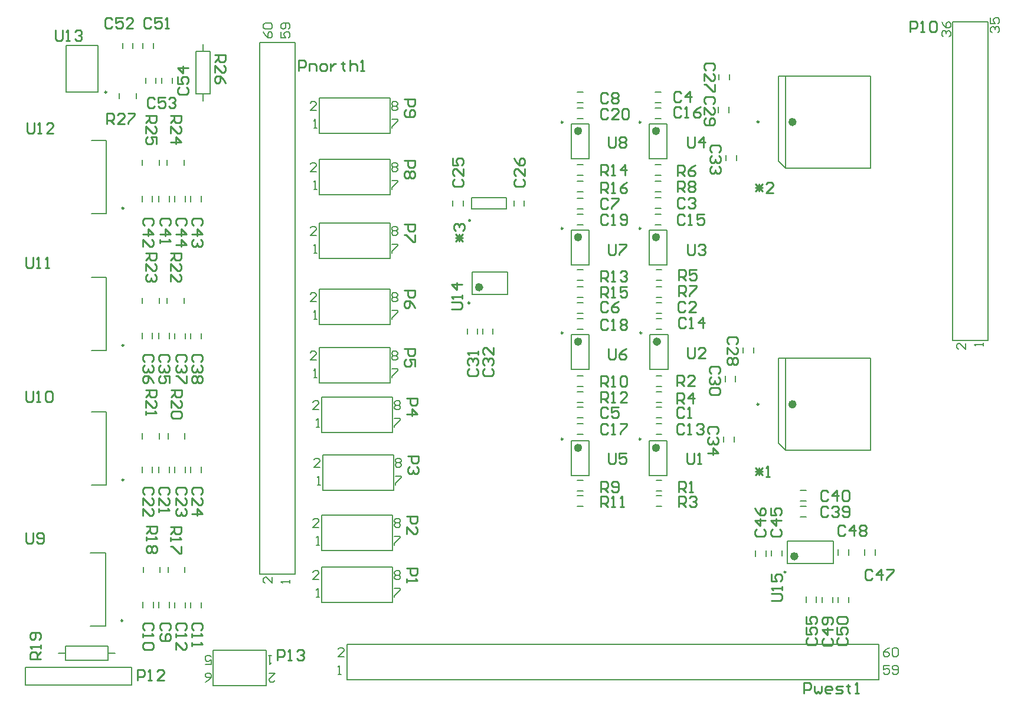
<source format=gto>
%FSLAX25Y25*%
%MOIN*%
G70*
G01*
G75*
G04 Layer_Color=65535*
%ADD10O,0.01378X0.06693*%
%ADD11R,0.06693X0.04331*%
%ADD12R,0.11811X0.04331*%
%ADD13R,0.35827X0.41929*%
%ADD14R,0.10236X0.04331*%
%ADD15R,0.04331X0.06693*%
%ADD16R,0.05512X0.03937*%
%ADD17R,0.05512X0.12795*%
%ADD18O,0.07087X0.02362*%
%ADD19O,0.02165X0.07874*%
%ADD20O,0.07874X0.02165*%
%ADD21O,0.02756X0.09843*%
%ADD22C,0.01000*%
%ADD23C,0.02000*%
%ADD24C,0.02953*%
%ADD25C,0.03937*%
%ADD26C,0.04000*%
%ADD27C,0.01969*%
%ADD28R,0.05906X0.05906*%
%ADD29C,0.05906*%
%ADD30C,0.05512*%
%ADD31R,0.05906X0.05906*%
%ADD32C,0.07874*%
%ADD33C,0.03937*%
%ADD34C,0.05000*%
%ADD35C,0.07543*%
G04:AMPARAMS|DCode=36|XSize=93.465mil|YSize=93.465mil|CornerRadius=0mil|HoleSize=0mil|Usage=FLASHONLY|Rotation=0.000|XOffset=0mil|YOffset=0mil|HoleType=Round|Shape=Relief|Width=10mil|Gap=10mil|Entries=4|*
%AMTHD36*
7,0,0,0.09347,0.07347,0.01000,45*
%
%ADD36THD36*%
%ADD37C,0.07347*%
%ADD38C,0.08921*%
%ADD39C,0.05969*%
G04:AMPARAMS|DCode=40|XSize=79.685mil|YSize=79.685mil|CornerRadius=0mil|HoleSize=0mil|Usage=FLASHONLY|Rotation=0.000|XOffset=0mil|YOffset=0mil|HoleType=Round|Shape=Relief|Width=10mil|Gap=10mil|Entries=4|*
%AMTHD40*
7,0,0,0.07969,0.05969,0.01000,45*
%
%ADD40THD40*%
%ADD41C,0.06800*%
G04:AMPARAMS|DCode=42|XSize=95.433mil|YSize=95.433mil|CornerRadius=0mil|HoleSize=0mil|Usage=FLASHONLY|Rotation=0.000|XOffset=0mil|YOffset=0mil|HoleType=Round|Shape=Relief|Width=10mil|Gap=10mil|Entries=4|*
%AMTHD42*
7,0,0,0.09543,0.07543,0.01000,45*
%
%ADD42THD42*%
%ADD43C,0.02913*%
%ADD44C,0.00984*%
%ADD45C,0.02362*%
%ADD46C,0.00787*%
%ADD47C,0.00800*%
D22*
X126500Y484498D02*
Y479500D01*
X127500Y478500D01*
X129499D01*
X130499Y479500D01*
Y484498D01*
X132498Y478500D02*
X134497D01*
X133498D01*
Y484498D01*
X132498Y483498D01*
X137496D02*
X138496Y484498D01*
X140496D01*
X141495Y483498D01*
Y482499D01*
X140496Y481499D01*
X139496D01*
X140496D01*
X141495Y480499D01*
Y479500D01*
X140496Y478500D01*
X138496D01*
X137496Y479500D01*
X110000Y280498D02*
Y275500D01*
X111000Y274500D01*
X112999D01*
X113999Y275500D01*
Y280498D01*
X115998Y274500D02*
X117997D01*
X116998D01*
Y280498D01*
X115998Y279498D01*
X120996D02*
X121996Y280498D01*
X123995D01*
X124995Y279498D01*
Y275500D01*
X123995Y274500D01*
X121996D01*
X120996Y275500D01*
Y279498D01*
X110500Y431998D02*
Y427000D01*
X111500Y426000D01*
X113499D01*
X114499Y427000D01*
Y431998D01*
X116498Y426000D02*
X118497D01*
X117498D01*
Y431998D01*
X116498Y430998D01*
X125495Y426000D02*
X121496D01*
X125495Y429999D01*
Y430998D01*
X124495Y431998D01*
X122496D01*
X121496Y430998D01*
X110000Y200498D02*
Y195500D01*
X111000Y194500D01*
X112999D01*
X113999Y195500D01*
Y200498D01*
X115998Y195500D02*
X116998Y194500D01*
X118997D01*
X119997Y195500D01*
Y199498D01*
X118997Y200498D01*
X116998D01*
X115998Y199498D01*
Y198499D01*
X116998Y197499D01*
X119997D01*
X110000Y355998D02*
Y351000D01*
X111000Y350000D01*
X112999D01*
X113999Y351000D01*
Y355998D01*
X115998Y350000D02*
X117997D01*
X116998D01*
Y355998D01*
X115998Y354998D01*
X120996Y350000D02*
X122996D01*
X121996D01*
Y355998D01*
X120996Y354998D01*
X350252Y326850D02*
X355250D01*
X356250Y327850D01*
Y329849D01*
X355250Y330849D01*
X350252D01*
X356250Y332848D02*
Y334847D01*
Y333848D01*
X350252D01*
X351252Y332848D01*
X356250Y340845D02*
X350252D01*
X353251Y337846D01*
Y341845D01*
X531002Y162000D02*
X536000D01*
X537000Y163000D01*
Y164999D01*
X536000Y165999D01*
X531002D01*
X537000Y167998D02*
Y169997D01*
Y168998D01*
X531002D01*
X532002Y167998D01*
X531002Y176995D02*
Y172996D01*
X534001D01*
X533001Y174996D01*
Y175996D01*
X534001Y176995D01*
X536000D01*
X537000Y175996D01*
Y173996D01*
X536000Y172996D01*
X478500Y223500D02*
Y229498D01*
X481499D01*
X482499Y228498D01*
Y226499D01*
X481499Y225499D01*
X478500D01*
X480499D02*
X482499Y223500D01*
X484498D02*
X486497D01*
X485498D01*
Y229498D01*
X484498Y228498D01*
X478500Y343000D02*
Y348998D01*
X481499D01*
X482499Y347998D01*
Y345999D01*
X481499Y344999D01*
X478500D01*
X480499D02*
X482499Y343000D01*
X488497Y348998D02*
X484498D01*
Y345999D01*
X486497Y346999D01*
X487497D01*
X488497Y345999D01*
Y344000D01*
X487497Y343000D01*
X485498D01*
X484498Y344000D01*
X434500Y223500D02*
Y229498D01*
X437499D01*
X438499Y228498D01*
Y226499D01*
X437499Y225499D01*
X434500D01*
X436499D02*
X438499Y223500D01*
X440498Y224500D02*
X441498Y223500D01*
X443497D01*
X444497Y224500D01*
Y228498D01*
X443497Y229498D01*
X441498D01*
X440498Y228498D01*
Y227499D01*
X441498Y226499D01*
X444497D01*
X434500Y342500D02*
Y348498D01*
X437499D01*
X438499Y347498D01*
Y345499D01*
X437499Y344499D01*
X434500D01*
X436499D02*
X438499Y342500D01*
X440498D02*
X442497D01*
X441498D01*
Y348498D01*
X440498Y347498D01*
X445496D02*
X446496Y348498D01*
X448495D01*
X449495Y347498D01*
Y346499D01*
X448495Y345499D01*
X447496D01*
X448495D01*
X449495Y344499D01*
Y343500D01*
X448495Y342500D01*
X446496D01*
X445496Y343500D01*
X477500Y283500D02*
Y289498D01*
X480499D01*
X481499Y288498D01*
Y286499D01*
X480499Y285499D01*
X477500D01*
X479499D02*
X481499Y283500D01*
X487497D02*
X483498D01*
X487497Y287499D01*
Y288498D01*
X486497Y289498D01*
X484498D01*
X483498Y288498D01*
X478000Y402000D02*
Y407998D01*
X480999D01*
X481999Y406998D01*
Y404999D01*
X480999Y403999D01*
X478000D01*
X479999D02*
X481999Y402000D01*
X487997Y407998D02*
X485997Y406998D01*
X483998Y404999D01*
Y403000D01*
X484998Y402000D01*
X486997D01*
X487997Y403000D01*
Y403999D01*
X486997Y404999D01*
X483998D01*
X434500Y283000D02*
Y288998D01*
X437499D01*
X438499Y287998D01*
Y285999D01*
X437499Y284999D01*
X434500D01*
X436499D02*
X438499Y283000D01*
X440498D02*
X442497D01*
X441498D01*
Y288998D01*
X440498Y287998D01*
X445496D02*
X446496Y288998D01*
X448495D01*
X449495Y287998D01*
Y284000D01*
X448495Y283000D01*
X446496D01*
X445496Y284000D01*
Y287998D01*
X434500Y402500D02*
Y408498D01*
X437499D01*
X438499Y407498D01*
Y405499D01*
X437499Y404499D01*
X434500D01*
X436499D02*
X438499Y402500D01*
X440498D02*
X442497D01*
X441498D01*
Y408498D01*
X440498Y407498D01*
X448495Y402500D02*
Y408498D01*
X445496Y405499D01*
X449495D01*
X478500Y215000D02*
Y220998D01*
X481499D01*
X482499Y219998D01*
Y217999D01*
X481499Y216999D01*
X478500D01*
X480499D02*
X482499Y215000D01*
X484498Y219998D02*
X485498Y220998D01*
X487497D01*
X488497Y219998D01*
Y218999D01*
X487497Y217999D01*
X486497D01*
X487497D01*
X488497Y216999D01*
Y216000D01*
X487497Y215000D01*
X485498D01*
X484498Y216000D01*
X478500Y334000D02*
Y339998D01*
X481499D01*
X482499Y338998D01*
Y336999D01*
X481499Y335999D01*
X478500D01*
X480499D02*
X482499Y334000D01*
X484498Y339998D02*
X488497D01*
Y338998D01*
X484498Y335000D01*
Y334000D01*
X434500Y215000D02*
Y220998D01*
X437499D01*
X438499Y219998D01*
Y217999D01*
X437499Y216999D01*
X434500D01*
X436499D02*
X438499Y215000D01*
X440498D02*
X442497D01*
X441498D01*
Y220998D01*
X440498Y219998D01*
X445496Y215000D02*
X447496D01*
X446496D01*
Y220998D01*
X445496Y219998D01*
X434500Y333500D02*
Y339498D01*
X437499D01*
X438499Y338498D01*
Y336499D01*
X437499Y335499D01*
X434500D01*
X436499D02*
X438499Y333500D01*
X440498D02*
X442497D01*
X441498D01*
Y339498D01*
X440498Y338498D01*
X449495Y339498D02*
X445496D01*
Y336499D01*
X447496Y337499D01*
X448495D01*
X449495Y336499D01*
Y334500D01*
X448495Y333500D01*
X446496D01*
X445496Y334500D01*
X477500Y273500D02*
Y279498D01*
X480499D01*
X481499Y278498D01*
Y276499D01*
X480499Y275499D01*
X477500D01*
X479499D02*
X481499Y273500D01*
X486497D02*
Y279498D01*
X483498Y276499D01*
X487497D01*
X478000Y393000D02*
Y398998D01*
X480999D01*
X481999Y397998D01*
Y395999D01*
X480999Y394999D01*
X478000D01*
X479999D02*
X481999Y393000D01*
X483998Y397998D02*
X484998Y398998D01*
X486997D01*
X487997Y397998D01*
Y396999D01*
X486997Y395999D01*
X487997Y394999D01*
Y394000D01*
X486997Y393000D01*
X484998D01*
X483998Y394000D01*
Y394999D01*
X484998Y395999D01*
X483998Y396999D01*
Y397998D01*
X484998Y395999D02*
X486997D01*
X434500Y274000D02*
Y279998D01*
X437499D01*
X438499Y278998D01*
Y276999D01*
X437499Y275999D01*
X434500D01*
X436499D02*
X438499Y274000D01*
X440498D02*
X442497D01*
X441498D01*
Y279998D01*
X440498Y278998D01*
X449495Y274000D02*
X445496D01*
X449495Y277999D01*
Y278998D01*
X448495Y279998D01*
X446496D01*
X445496Y278998D01*
X434500Y392500D02*
Y398498D01*
X437499D01*
X438499Y397498D01*
Y395499D01*
X437499Y394499D01*
X434500D01*
X436499D02*
X438499Y392500D01*
X440498D02*
X442497D01*
X441498D01*
Y398498D01*
X440498Y397498D01*
X449495Y398498D02*
X447496Y397498D01*
X445496Y395499D01*
Y393500D01*
X446496Y392500D01*
X448495D01*
X449495Y393500D01*
Y394499D01*
X448495Y395499D01*
X445496D01*
X178000Y204000D02*
X183998D01*
Y201001D01*
X182998Y200001D01*
X180999D01*
X179999Y201001D01*
Y204000D01*
Y202001D02*
X178000Y200001D01*
Y198002D02*
Y196003D01*
Y197002D01*
X183998D01*
X182998Y198002D01*
Y193004D02*
X183998Y192004D01*
Y190005D01*
X182998Y189005D01*
X181999D01*
X180999Y190005D01*
X179999Y189005D01*
X179000D01*
X178000Y190005D01*
Y192004D01*
X179000Y193004D01*
X179999D01*
X180999Y192004D01*
X181999Y193004D01*
X182998D01*
X180999Y192004D02*
Y190005D01*
X177500Y358500D02*
X183498D01*
Y355501D01*
X182498Y354501D01*
X180499D01*
X179499Y355501D01*
Y358500D01*
Y356501D02*
X177500Y354501D01*
Y348503D02*
Y352502D01*
X181499Y348503D01*
X182498D01*
X183498Y349503D01*
Y351502D01*
X182498Y352502D01*
Y346504D02*
X183498Y345504D01*
Y343505D01*
X182498Y342505D01*
X181499D01*
X180499Y343505D01*
Y344504D01*
Y343505D01*
X179499Y342505D01*
X178500D01*
X177500Y343505D01*
Y345504D01*
X178500Y346504D01*
X177500Y436000D02*
X183498D01*
Y433001D01*
X182498Y432001D01*
X180499D01*
X179499Y433001D01*
Y436000D01*
Y434001D02*
X177500Y432001D01*
Y426003D02*
Y430002D01*
X181499Y426003D01*
X182498D01*
X183498Y427003D01*
Y429002D01*
X182498Y430002D01*
X183498Y420005D02*
Y424004D01*
X180499D01*
X181499Y422005D01*
Y421005D01*
X180499Y420005D01*
X178500D01*
X177500Y421005D01*
Y423004D01*
X178500Y424004D01*
X118338Y128934D02*
X112340D01*
Y131932D01*
X113340Y132932D01*
X115339D01*
X116339Y131932D01*
Y128934D01*
Y130933D02*
X118338Y132932D01*
Y134932D02*
Y136931D01*
Y135931D01*
X112340D01*
X113340Y134932D01*
X117339Y139930D02*
X118338Y140930D01*
Y142929D01*
X117339Y143929D01*
X113340D01*
X112340Y142929D01*
Y140930D01*
X113340Y139930D01*
X114339D01*
X115339Y140930D01*
Y143929D01*
X155500Y431500D02*
Y437498D01*
X158499D01*
X159499Y436498D01*
Y434499D01*
X158499Y433499D01*
X155500D01*
X157499D02*
X159499Y431500D01*
X165497D02*
X161498D01*
X165497Y435499D01*
Y436498D01*
X164497Y437498D01*
X162498D01*
X161498Y436498D01*
X167496Y437498D02*
X171495D01*
Y436498D01*
X167496Y432500D01*
Y431500D01*
X216500Y470500D02*
X222498D01*
Y467501D01*
X221498Y466501D01*
X219499D01*
X218499Y467501D01*
Y470500D01*
Y468501D02*
X216500Y466501D01*
Y460503D02*
Y464502D01*
X220499Y460503D01*
X221498D01*
X222498Y461503D01*
Y463502D01*
X221498Y464502D01*
X222498Y454505D02*
X221498Y456504D01*
X219499Y458504D01*
X217500D01*
X216500Y457504D01*
Y455505D01*
X217500Y454505D01*
X218499D01*
X219499Y455505D01*
Y458504D01*
X192000Y281000D02*
X197998D01*
Y278001D01*
X196998Y277001D01*
X194999D01*
X193999Y278001D01*
Y281000D01*
Y279001D02*
X192000Y277001D01*
Y271003D02*
Y275002D01*
X195999Y271003D01*
X196998D01*
X197998Y272003D01*
Y274002D01*
X196998Y275002D01*
Y269004D02*
X197998Y268004D01*
Y266005D01*
X196998Y265005D01*
X193000D01*
X192000Y266005D01*
Y268004D01*
X193000Y269004D01*
X196998D01*
X177500Y281000D02*
X183498D01*
Y278001D01*
X182498Y277001D01*
X180499D01*
X179499Y278001D01*
Y281000D01*
Y279001D02*
X177500Y277001D01*
Y271003D02*
Y275002D01*
X181499Y271003D01*
X182498D01*
X183498Y272003D01*
Y274002D01*
X182498Y275002D01*
X177500Y269004D02*
Y267004D01*
Y268004D01*
X183498D01*
X182498Y269004D01*
X191500Y436000D02*
X197498D01*
Y433001D01*
X196498Y432001D01*
X194499D01*
X193499Y433001D01*
Y436000D01*
Y434001D02*
X191500Y432001D01*
Y426003D02*
Y430002D01*
X195499Y426003D01*
X196498D01*
X197498Y427003D01*
Y429002D01*
X196498Y430002D01*
X191500Y421005D02*
X197498D01*
X194499Y424004D01*
Y420005D01*
X191500Y203685D02*
X197498D01*
Y200686D01*
X196498Y199686D01*
X194499D01*
X193499Y200686D01*
Y203685D01*
Y201686D02*
X191500Y199686D01*
Y197687D02*
Y195688D01*
Y196687D01*
X197498D01*
X196498Y197687D01*
X197498Y192689D02*
Y188690D01*
X196498D01*
X192500Y192689D01*
X191500D01*
X191500Y358500D02*
X197498D01*
Y355501D01*
X196498Y354501D01*
X194499D01*
X193499Y355501D01*
Y358500D01*
Y356501D02*
X191500Y354501D01*
Y348503D02*
Y352502D01*
X195499Y348503D01*
X196498D01*
X197498Y349503D01*
Y351502D01*
X196498Y352502D01*
X191500Y342505D02*
Y346504D01*
X195499Y342505D01*
X196498D01*
X197498Y343505D01*
Y345504D01*
X196498Y346504D01*
X549200Y109800D02*
Y115798D01*
X552199D01*
X553199Y114798D01*
Y112799D01*
X552199Y111799D01*
X549200D01*
X555198Y113799D02*
Y110800D01*
X556198Y109800D01*
X557197Y110800D01*
X558197Y109800D01*
X559197Y110800D01*
Y113799D01*
X564195Y109800D02*
X562196D01*
X561196Y110800D01*
Y112799D01*
X562196Y113799D01*
X564195D01*
X565195Y112799D01*
Y111799D01*
X561196D01*
X567194Y109800D02*
X570193D01*
X571193Y110800D01*
X570193Y111799D01*
X568194D01*
X567194Y112799D01*
X568194Y113799D01*
X571193D01*
X574192Y114798D02*
Y113799D01*
X573192D01*
X575192D01*
X574192D01*
Y110800D01*
X575192Y109800D01*
X578191D02*
X580190D01*
X579190D01*
Y115798D01*
X578191Y114798D01*
X264000Y461300D02*
Y467298D01*
X266999D01*
X267999Y466298D01*
Y464299D01*
X266999Y463299D01*
X264000D01*
X269998Y461300D02*
Y465299D01*
X272997D01*
X273997Y464299D01*
Y461300D01*
X276996D02*
X278995D01*
X279995Y462300D01*
Y464299D01*
X278995Y465299D01*
X276996D01*
X275996Y464299D01*
Y462300D01*
X276996Y461300D01*
X281994Y465299D02*
Y461300D01*
Y463299D01*
X282994Y464299D01*
X283994Y465299D01*
X284993D01*
X288992Y466298D02*
Y465299D01*
X287992D01*
X289992D01*
X288992D01*
Y462300D01*
X289992Y461300D01*
X292991Y467298D02*
Y461300D01*
Y464299D01*
X293990Y465299D01*
X295990D01*
X296989Y464299D01*
Y461300D01*
X298989D02*
X300988D01*
X299988D01*
Y467298D01*
X298989Y466298D01*
X325150Y209850D02*
X331148D01*
Y206851D01*
X330148Y205851D01*
X328149D01*
X327149Y206851D01*
Y209850D01*
X325150Y199853D02*
Y203852D01*
X329149Y199853D01*
X330148D01*
X331148Y200853D01*
Y202852D01*
X330148Y203852D01*
X325150Y276350D02*
X331148D01*
Y273351D01*
X330148Y272351D01*
X328149D01*
X327149Y273351D01*
Y276350D01*
X325150Y267353D02*
X331148D01*
X328149Y270352D01*
Y266353D01*
X323650Y337350D02*
X329648D01*
Y334351D01*
X328648Y333351D01*
X326649D01*
X325649Y334351D01*
Y337350D01*
X329648Y327353D02*
X328648Y329353D01*
X326649Y331352D01*
X324650D01*
X323650Y330352D01*
Y328353D01*
X324650Y327353D01*
X325649D01*
X326649Y328353D01*
Y331352D01*
X323650Y374850D02*
X329648D01*
Y371851D01*
X328648Y370851D01*
X326649D01*
X325649Y371851D01*
Y374850D01*
X329648Y368852D02*
Y364853D01*
X328648D01*
X324650Y368852D01*
X323650D01*
Y410850D02*
X329648D01*
Y407851D01*
X328648Y406851D01*
X326649D01*
X325649Y407851D01*
Y410850D01*
X328648Y404852D02*
X329648Y403852D01*
Y401853D01*
X328648Y400853D01*
X327649D01*
X326649Y401853D01*
X325649Y400853D01*
X324650D01*
X323650Y401853D01*
Y403852D01*
X324650Y404852D01*
X325649D01*
X326649Y403852D01*
X327649Y404852D01*
X328648D01*
X326649Y403852D02*
Y401853D01*
X323650Y445350D02*
X329648D01*
Y442351D01*
X328648Y441351D01*
X326649D01*
X325649Y442351D01*
Y445350D01*
X324650Y439352D02*
X323650Y438352D01*
Y436353D01*
X324650Y435353D01*
X328648D01*
X329648Y436353D01*
Y438352D01*
X328648Y439352D01*
X327649D01*
X326649Y438352D01*
Y435353D01*
X325150Y180350D02*
X331148D01*
Y177351D01*
X330148Y176351D01*
X328149D01*
X327149Y177351D01*
Y180350D01*
X325150Y174352D02*
Y172353D01*
Y173352D01*
X331148D01*
X330148Y174352D01*
X325650Y243850D02*
X331648D01*
Y240851D01*
X330648Y239851D01*
X328649D01*
X327649Y240851D01*
Y243850D01*
X330648Y237852D02*
X331648Y236852D01*
Y234853D01*
X330648Y233853D01*
X329649D01*
X328649Y234853D01*
Y235853D01*
Y234853D01*
X327649Y233853D01*
X326650D01*
X325650Y234853D01*
Y236852D01*
X326650Y237852D01*
X323650Y304350D02*
X329648D01*
Y301351D01*
X328648Y300351D01*
X326649D01*
X325649Y301351D01*
Y304350D01*
X329648Y294353D02*
Y298352D01*
X326649D01*
X327649Y296353D01*
Y295353D01*
X326649Y294353D01*
X324650D01*
X323650Y295353D01*
Y297352D01*
X324650Y298352D01*
X609200Y483500D02*
Y489498D01*
X612199D01*
X613199Y488498D01*
Y486499D01*
X612199Y485499D01*
X609200D01*
X615198Y483500D02*
X617197D01*
X616198D01*
Y489498D01*
X615198Y488498D01*
X620196D02*
X621196Y489498D01*
X623196D01*
X624195Y488498D01*
Y484500D01*
X623196Y483500D01*
X621196D01*
X620196Y484500D01*
Y488498D01*
X173000Y117000D02*
Y122998D01*
X175999D01*
X176999Y121998D01*
Y119999D01*
X175999Y118999D01*
X173000D01*
X178998Y117000D02*
X180997D01*
X179998D01*
Y122998D01*
X178998Y121998D01*
X187995Y117000D02*
X183996D01*
X187995Y120999D01*
Y121998D01*
X186995Y122998D01*
X184996D01*
X183996Y121998D01*
X251969Y128347D02*
Y134344D01*
X254967D01*
X255967Y133345D01*
Y131345D01*
X254967Y130346D01*
X251969D01*
X257967Y128347D02*
X259966D01*
X258966D01*
Y134344D01*
X257967Y133345D01*
X262965D02*
X263965Y134344D01*
X265964D01*
X266964Y133345D01*
Y132345D01*
X265964Y131345D01*
X264964D01*
X265964D01*
X266964Y130346D01*
Y129346D01*
X265964Y128347D01*
X263965D01*
X262965Y129346D01*
X588113Y178868D02*
X587113Y179868D01*
X585114D01*
X584114Y178868D01*
Y174870D01*
X585114Y173870D01*
X587113D01*
X588113Y174870D01*
X593111Y173870D02*
Y179868D01*
X590112Y176869D01*
X594111D01*
X596110Y179868D02*
X600109D01*
Y178868D01*
X596110Y174870D01*
Y173870D01*
X572652Y203869D02*
X571653Y204868D01*
X569653D01*
X568653Y203869D01*
Y199870D01*
X569653Y198870D01*
X571653D01*
X572652Y199870D01*
X577651Y198870D02*
Y204868D01*
X574652Y201869D01*
X578650D01*
X580650Y203869D02*
X581649Y204868D01*
X583649D01*
X584648Y203869D01*
Y202869D01*
X583649Y201869D01*
X584648Y200869D01*
Y199870D01*
X583649Y198870D01*
X581649D01*
X580650Y199870D01*
Y200869D01*
X581649Y201869D01*
X580650Y202869D01*
Y203869D01*
X581649Y201869D02*
X583649D01*
X180998Y145371D02*
X181998Y146371D01*
Y148370D01*
X180998Y149370D01*
X177000D01*
X176000Y148370D01*
Y146371D01*
X177000Y145371D01*
X176000Y143372D02*
Y141373D01*
Y142372D01*
X181998D01*
X180998Y143372D01*
Y138374D02*
X181998Y137374D01*
Y135375D01*
X180998Y134375D01*
X177000D01*
X176000Y135375D01*
Y137374D01*
X177000Y138374D01*
X180998D01*
X190498Y145501D02*
X191498Y146501D01*
Y148500D01*
X190498Y149500D01*
X186500D01*
X185500Y148500D01*
Y146501D01*
X186500Y145501D01*
Y143502D02*
X185500Y142502D01*
Y140503D01*
X186500Y139503D01*
X190498D01*
X191498Y140503D01*
Y142502D01*
X190498Y143502D01*
X189499D01*
X188499Y142502D01*
Y139503D01*
X180998Y222001D02*
X181998Y223001D01*
Y225000D01*
X180998Y226000D01*
X177000D01*
X176000Y225000D01*
Y223001D01*
X177000Y222001D01*
X176000Y216003D02*
Y220002D01*
X179999Y216003D01*
X180998D01*
X181998Y217003D01*
Y219002D01*
X180998Y220002D01*
X176000Y210005D02*
Y214004D01*
X179999Y210005D01*
X180998D01*
X181998Y211005D01*
Y213004D01*
X180998Y214004D01*
X189998Y222001D02*
X190998Y223001D01*
Y225000D01*
X189998Y226000D01*
X186000D01*
X185000Y225000D01*
Y223001D01*
X186000Y222001D01*
X185000Y216003D02*
Y220002D01*
X188999Y216003D01*
X189998D01*
X190998Y217003D01*
Y219002D01*
X189998Y220002D01*
X185000Y214004D02*
Y212004D01*
Y213004D01*
X190998D01*
X189998Y214004D01*
X180998Y297001D02*
X181998Y298001D01*
Y300000D01*
X180998Y301000D01*
X177000D01*
X176000Y300000D01*
Y298001D01*
X177000Y297001D01*
X180998Y295002D02*
X181998Y294002D01*
Y292003D01*
X180998Y291003D01*
X179999D01*
X178999Y292003D01*
Y293003D01*
Y292003D01*
X177999Y291003D01*
X177000D01*
X176000Y292003D01*
Y294002D01*
X177000Y295002D01*
X181998Y285005D02*
X180998Y287004D01*
X178999Y289004D01*
X177000D01*
X176000Y288004D01*
Y286005D01*
X177000Y285005D01*
X177999D01*
X178999Y286005D01*
Y289004D01*
X189998Y297001D02*
X190998Y298001D01*
Y300000D01*
X189998Y301000D01*
X186000D01*
X185000Y300000D01*
Y298001D01*
X186000Y297001D01*
X189998Y295002D02*
X190998Y294002D01*
Y292003D01*
X189998Y291003D01*
X188999D01*
X187999Y292003D01*
Y293003D01*
Y292003D01*
X186999Y291003D01*
X186000D01*
X185000Y292003D01*
Y294002D01*
X186000Y295002D01*
X190998Y285005D02*
Y289004D01*
X187999D01*
X188999Y287004D01*
Y286005D01*
X187999Y285005D01*
X186000D01*
X185000Y286005D01*
Y288004D01*
X186000Y289004D01*
X180998Y374001D02*
X181998Y375001D01*
Y377000D01*
X180998Y378000D01*
X177000D01*
X176000Y377000D01*
Y375001D01*
X177000Y374001D01*
X176000Y369003D02*
X181998D01*
X178999Y372002D01*
Y368003D01*
X176000Y362005D02*
Y366004D01*
X179999Y362005D01*
X180998D01*
X181998Y363005D01*
Y365004D01*
X180998Y366004D01*
X190498Y374001D02*
X191498Y375001D01*
Y377000D01*
X190498Y378000D01*
X186500D01*
X185500Y377000D01*
Y375001D01*
X186500Y374001D01*
X185500Y369003D02*
X191498D01*
X188499Y372002D01*
Y368003D01*
X185500Y366004D02*
Y364004D01*
Y365004D01*
X191498D01*
X190498Y366004D01*
X481558Y270353D02*
X480558Y271352D01*
X478559D01*
X477559Y270353D01*
Y266354D01*
X478559Y265354D01*
X480558D01*
X481558Y266354D01*
X483557Y265354D02*
X485557D01*
X484557D01*
Y271352D01*
X483557Y270353D01*
X482184Y329998D02*
X481184Y330998D01*
X479185D01*
X478185Y329998D01*
Y326000D01*
X479185Y325000D01*
X481184D01*
X482184Y326000D01*
X488182Y325000D02*
X484183D01*
X488182Y328999D01*
Y329998D01*
X487182Y330998D01*
X485183D01*
X484183Y329998D01*
X481952Y388857D02*
X480952Y389856D01*
X478952D01*
X477953Y388857D01*
Y384858D01*
X478952Y383858D01*
X480952D01*
X481952Y384858D01*
X483951Y388857D02*
X484950Y389856D01*
X486950D01*
X487950Y388857D01*
Y387857D01*
X486950Y386857D01*
X485950D01*
X486950D01*
X487950Y385858D01*
Y384858D01*
X486950Y383858D01*
X484950D01*
X483951Y384858D01*
X479983Y448699D02*
X478983Y449699D01*
X476984D01*
X475984Y448699D01*
Y444700D01*
X476984Y443701D01*
X478983D01*
X479983Y444700D01*
X484981Y443701D02*
Y449699D01*
X481982Y446700D01*
X485981D01*
X438499Y270498D02*
X437499Y271498D01*
X435500D01*
X434500Y270498D01*
Y266500D01*
X435500Y265500D01*
X437499D01*
X438499Y266500D01*
X444497Y271498D02*
X440498D01*
Y268499D01*
X442497Y269499D01*
X443497D01*
X444497Y268499D01*
Y266500D01*
X443497Y265500D01*
X441498D01*
X440498Y266500D01*
X438499Y329998D02*
X437499Y330998D01*
X435500D01*
X434500Y329998D01*
Y326000D01*
X435500Y325000D01*
X437499D01*
X438499Y326000D01*
X444497Y330998D02*
X442497Y329998D01*
X440498Y327999D01*
Y326000D01*
X441498Y325000D01*
X443497D01*
X444497Y326000D01*
Y326999D01*
X443497Y327999D01*
X440498D01*
X438644Y388463D02*
X437645Y389463D01*
X435645D01*
X434646Y388463D01*
Y384464D01*
X435645Y383465D01*
X437645D01*
X438644Y384464D01*
X440644Y389463D02*
X444642D01*
Y388463D01*
X440644Y384464D01*
Y383465D01*
X438499Y447998D02*
X437499Y448998D01*
X435500D01*
X434500Y447998D01*
Y444000D01*
X435500Y443000D01*
X437499D01*
X438499Y444000D01*
X440498Y447998D02*
X441498Y448998D01*
X443497D01*
X444497Y447998D01*
Y446999D01*
X443497Y445999D01*
X444497Y444999D01*
Y444000D01*
X443497Y443000D01*
X441498D01*
X440498Y444000D01*
Y444999D01*
X441498Y445999D01*
X440498Y446999D01*
Y447998D01*
X441498Y445999D02*
X443497D01*
X481684Y260998D02*
X480684Y261998D01*
X478685D01*
X477685Y260998D01*
Y257000D01*
X478685Y256000D01*
X480684D01*
X481684Y257000D01*
X483683Y256000D02*
X485682D01*
X484683D01*
Y261998D01*
X483683Y260998D01*
X488682D02*
X489681Y261998D01*
X491680D01*
X492680Y260998D01*
Y259999D01*
X491680Y258999D01*
X490681D01*
X491680D01*
X492680Y257999D01*
Y257000D01*
X491680Y256000D01*
X489681D01*
X488682Y257000D01*
X482499Y320998D02*
X481499Y321998D01*
X479500D01*
X478500Y320998D01*
Y317000D01*
X479500Y316000D01*
X481499D01*
X482499Y317000D01*
X484498Y316000D02*
X486497D01*
X485498D01*
Y321998D01*
X484498Y320998D01*
X492495Y316000D02*
Y321998D01*
X489496Y318999D01*
X493495D01*
X481999Y379498D02*
X480999Y380498D01*
X479000D01*
X478000Y379498D01*
Y375500D01*
X479000Y374500D01*
X480999D01*
X481999Y375500D01*
X483998Y374500D02*
X485997D01*
X484998D01*
Y380498D01*
X483998Y379498D01*
X492995Y380498D02*
X488996D01*
Y377499D01*
X490996Y378499D01*
X491995D01*
X492995Y377499D01*
Y375500D01*
X491995Y374500D01*
X489996D01*
X488996Y375500D01*
X479983Y440038D02*
X478983Y441037D01*
X476984D01*
X475984Y440038D01*
Y436039D01*
X476984Y435039D01*
X478983D01*
X479983Y436039D01*
X481982Y435039D02*
X483982D01*
X482982D01*
Y441037D01*
X481982Y440038D01*
X490979Y441037D02*
X488980Y440038D01*
X486981Y438038D01*
Y436039D01*
X487980Y435039D01*
X489980D01*
X490979Y436039D01*
Y437039D01*
X489980Y438038D01*
X486981D01*
X438499Y260998D02*
X437499Y261998D01*
X435500D01*
X434500Y260998D01*
Y257000D01*
X435500Y256000D01*
X437499D01*
X438499Y257000D01*
X440498Y256000D02*
X442497D01*
X441498D01*
Y261998D01*
X440498Y260998D01*
X445496Y261998D02*
X449495D01*
Y260998D01*
X445496Y257000D01*
Y256000D01*
X438499Y319998D02*
X437499Y320998D01*
X435500D01*
X434500Y319998D01*
Y316000D01*
X435500Y315000D01*
X437499D01*
X438499Y316000D01*
X440498Y315000D02*
X442497D01*
X441498D01*
Y320998D01*
X440498Y319998D01*
X445496D02*
X446496Y320998D01*
X448495D01*
X449495Y319998D01*
Y318999D01*
X448495Y317999D01*
X449495Y316999D01*
Y316000D01*
X448495Y315000D01*
X446496D01*
X445496Y316000D01*
Y316999D01*
X446496Y317999D01*
X445496Y318999D01*
Y319998D01*
X446496Y317999D02*
X448495D01*
X438499Y379498D02*
X437499Y380498D01*
X435500D01*
X434500Y379498D01*
Y375500D01*
X435500Y374500D01*
X437499D01*
X438499Y375500D01*
X440498Y374500D02*
X442497D01*
X441498D01*
Y380498D01*
X440498Y379498D01*
X445496Y375500D02*
X446496Y374500D01*
X448495D01*
X449495Y375500D01*
Y379498D01*
X448495Y380498D01*
X446496D01*
X445496Y379498D01*
Y378499D01*
X446496Y377499D01*
X449495D01*
X438499Y438998D02*
X437499Y439998D01*
X435500D01*
X434500Y438998D01*
Y435000D01*
X435500Y434000D01*
X437499D01*
X438499Y435000D01*
X444497Y434000D02*
X440498D01*
X444497Y437999D01*
Y438998D01*
X443497Y439998D01*
X441498D01*
X440498Y438998D01*
X446496D02*
X447496Y439998D01*
X449495D01*
X450495Y438998D01*
Y435000D01*
X449495Y434000D01*
X447496D01*
X446496Y435000D01*
Y438998D01*
X562999Y214498D02*
X561999Y215498D01*
X560000D01*
X559000Y214498D01*
Y210500D01*
X560000Y209500D01*
X561999D01*
X562999Y210500D01*
X564998Y214498D02*
X565998Y215498D01*
X567997D01*
X568997Y214498D01*
Y213499D01*
X567997Y212499D01*
X566997D01*
X567997D01*
X568997Y211499D01*
Y210500D01*
X567997Y209500D01*
X565998D01*
X564998Y210500D01*
X570996D02*
X571996Y209500D01*
X573995D01*
X574995Y210500D01*
Y214498D01*
X573995Y215498D01*
X571996D01*
X570996Y214498D01*
Y213499D01*
X571996Y212499D01*
X574995D01*
X560600Y140782D02*
X559600Y139783D01*
Y137783D01*
X560600Y136784D01*
X564599D01*
X565598Y137783D01*
Y139783D01*
X564599Y140782D01*
X565598Y145781D02*
X559600D01*
X562599Y142781D01*
Y146780D01*
X564599Y148780D02*
X565598Y149779D01*
Y151779D01*
X564599Y152778D01*
X560600D01*
X559600Y151779D01*
Y149779D01*
X560600Y148780D01*
X561600D01*
X562599Y149779D01*
Y152778D01*
X562999Y223498D02*
X561999Y224498D01*
X560000D01*
X559000Y223498D01*
Y219500D01*
X560000Y218500D01*
X561999D01*
X562999Y219500D01*
X567997Y218500D02*
Y224498D01*
X564998Y221499D01*
X568997D01*
X570996Y223498D02*
X571996Y224498D01*
X573995D01*
X574995Y223498D01*
Y219500D01*
X573995Y218500D01*
X571996D01*
X570996Y219500D01*
Y223498D01*
X569155Y140912D02*
X568155Y139912D01*
Y137913D01*
X569155Y136913D01*
X573154D01*
X574154Y137913D01*
Y139912D01*
X573154Y140912D01*
X568155Y146910D02*
Y142911D01*
X571154D01*
X570155Y144911D01*
Y145911D01*
X571154Y146910D01*
X573154D01*
X574154Y145911D01*
Y143911D01*
X573154Y142911D01*
X569155Y148909D02*
X568155Y149909D01*
Y151909D01*
X569155Y152908D01*
X573154D01*
X574154Y151909D01*
Y149909D01*
X573154Y148909D01*
X569155D01*
X352002Y399999D02*
X351002Y398999D01*
Y397000D01*
X352002Y396000D01*
X356000D01*
X357000Y397000D01*
Y398999D01*
X356000Y399999D01*
X357000Y405997D02*
Y401998D01*
X353001Y405997D01*
X352002D01*
X351002Y404997D01*
Y402998D01*
X352002Y401998D01*
X351002Y411995D02*
Y407996D01*
X354001D01*
X353001Y409996D01*
Y410995D01*
X354001Y411995D01*
X356000D01*
X357000Y410995D01*
Y408996D01*
X356000Y407996D01*
X386502Y399999D02*
X385502Y398999D01*
Y397000D01*
X386502Y396000D01*
X390500D01*
X391500Y397000D01*
Y398999D01*
X390500Y399999D01*
X391500Y405997D02*
Y401998D01*
X387501Y405997D01*
X386502D01*
X385502Y404997D01*
Y402998D01*
X386502Y401998D01*
X385502Y411995D02*
X386502Y409996D01*
X388501Y407996D01*
X390500D01*
X391500Y408996D01*
Y410995D01*
X390500Y411995D01*
X389501D01*
X388501Y410995D01*
Y407996D01*
X360206Y293172D02*
X359207Y292172D01*
Y290173D01*
X360206Y289173D01*
X364205D01*
X365205Y290173D01*
Y292172D01*
X364205Y293172D01*
X360206Y295171D02*
X359207Y296171D01*
Y298170D01*
X360206Y299170D01*
X361206D01*
X362206Y298170D01*
Y297171D01*
Y298170D01*
X363205Y299170D01*
X364205D01*
X365205Y298170D01*
Y296171D01*
X364205Y295171D01*
X365205Y301169D02*
Y303169D01*
Y302169D01*
X359207D01*
X360206Y301169D01*
X368868Y292987D02*
X367868Y291987D01*
Y289988D01*
X368868Y288988D01*
X372867D01*
X373866Y289988D01*
Y291987D01*
X372867Y292987D01*
X368868Y294986D02*
X367868Y295986D01*
Y297985D01*
X368868Y298985D01*
X369867D01*
X370867Y297985D01*
Y296986D01*
Y297985D01*
X371867Y298985D01*
X372867D01*
X373866Y297985D01*
Y295986D01*
X372867Y294986D01*
X373866Y304983D02*
Y300984D01*
X369867Y304983D01*
X368868D01*
X367868Y303983D01*
Y301984D01*
X368868Y300984D01*
X208498Y145501D02*
X209498Y146501D01*
Y148500D01*
X208498Y149500D01*
X204500D01*
X203500Y148500D01*
Y146501D01*
X204500Y145501D01*
X203500Y143502D02*
Y141503D01*
Y142502D01*
X209498D01*
X208498Y143502D01*
X203500Y138504D02*
Y136504D01*
Y137504D01*
X209498D01*
X208498Y138504D01*
X199498Y145501D02*
X200498Y146501D01*
Y148500D01*
X199498Y149500D01*
X195500D01*
X194500Y148500D01*
Y146501D01*
X195500Y145501D01*
X194500Y143502D02*
Y141503D01*
Y142502D01*
X200498D01*
X199498Y143502D01*
X194500Y134505D02*
Y138504D01*
X198499Y134505D01*
X199498D01*
X200498Y135504D01*
Y137504D01*
X199498Y138504D01*
Y222001D02*
X200498Y223001D01*
Y225000D01*
X199498Y226000D01*
X195500D01*
X194500Y225000D01*
Y223001D01*
X195500Y222001D01*
X194500Y216003D02*
Y220002D01*
X198499Y216003D01*
X199498D01*
X200498Y217003D01*
Y219002D01*
X199498Y220002D01*
Y214004D02*
X200498Y213004D01*
Y211005D01*
X199498Y210005D01*
X198499D01*
X197499Y211005D01*
Y212004D01*
Y211005D01*
X196499Y210005D01*
X195500D01*
X194500Y211005D01*
Y213004D01*
X195500Y214004D01*
X208498Y222001D02*
X209498Y223001D01*
Y225000D01*
X208498Y226000D01*
X204500D01*
X203500Y225000D01*
Y223001D01*
X204500Y222001D01*
X203500Y216003D02*
Y220002D01*
X207499Y216003D01*
X208498D01*
X209498Y217003D01*
Y219002D01*
X208498Y220002D01*
X203500Y211005D02*
X209498D01*
X206499Y214004D01*
Y210005D01*
X199498Y297001D02*
X200498Y298001D01*
Y300000D01*
X199498Y301000D01*
X195500D01*
X194500Y300000D01*
Y298001D01*
X195500Y297001D01*
X199498Y295002D02*
X200498Y294002D01*
Y292003D01*
X199498Y291003D01*
X198499D01*
X197499Y292003D01*
Y293003D01*
Y292003D01*
X196499Y291003D01*
X195500D01*
X194500Y292003D01*
Y294002D01*
X195500Y295002D01*
X200498Y289004D02*
Y285005D01*
X199498D01*
X195500Y289004D01*
X194500D01*
X208498Y297001D02*
X209498Y298001D01*
Y300000D01*
X208498Y301000D01*
X204500D01*
X203500Y300000D01*
Y298001D01*
X204500Y297001D01*
X208498Y295002D02*
X209498Y294002D01*
Y292003D01*
X208498Y291003D01*
X207499D01*
X206499Y292003D01*
Y293003D01*
Y292003D01*
X205499Y291003D01*
X204500D01*
X203500Y292003D01*
Y294002D01*
X204500Y295002D01*
X208498Y289004D02*
X209498Y288004D01*
Y286005D01*
X208498Y285005D01*
X207499D01*
X206499Y286005D01*
X205499Y285005D01*
X204500D01*
X203500Y286005D01*
Y288004D01*
X204500Y289004D01*
X205499D01*
X206499Y288004D01*
X207499Y289004D01*
X208498D01*
X206499Y288004D02*
Y286005D01*
X208498Y374001D02*
X209498Y375001D01*
Y377000D01*
X208498Y378000D01*
X204500D01*
X203500Y377000D01*
Y375001D01*
X204500Y374001D01*
X203500Y369003D02*
X209498D01*
X206499Y372002D01*
Y368003D01*
X208498Y366004D02*
X209498Y365004D01*
Y363005D01*
X208498Y362005D01*
X207499D01*
X206499Y363005D01*
Y364004D01*
Y363005D01*
X205499Y362005D01*
X204500D01*
X203500Y363005D01*
Y365004D01*
X204500Y366004D01*
X199498Y374001D02*
X200498Y375001D01*
Y377000D01*
X199498Y378000D01*
X195500D01*
X194500Y377000D01*
Y375001D01*
X195500Y374001D01*
X194500Y369003D02*
X200498D01*
X197499Y372002D01*
Y368003D01*
X194500Y363005D02*
X200498D01*
X197499Y366004D01*
Y362005D01*
X180499Y490498D02*
X179499Y491498D01*
X177500D01*
X176500Y490498D01*
Y486500D01*
X177500Y485500D01*
X179499D01*
X180499Y486500D01*
X186497Y491498D02*
X182498D01*
Y488499D01*
X184497Y489499D01*
X185497D01*
X186497Y488499D01*
Y486500D01*
X185497Y485500D01*
X183498D01*
X182498Y486500D01*
X188496Y485500D02*
X190496D01*
X189496D01*
Y491498D01*
X188496Y490498D01*
X158499D02*
X157499Y491498D01*
X155500D01*
X154500Y490498D01*
Y486500D01*
X155500Y485500D01*
X157499D01*
X158499Y486500D01*
X164497Y491498D02*
X160498D01*
Y488499D01*
X162497Y489499D01*
X163497D01*
X164497Y488499D01*
Y486500D01*
X163497Y485500D01*
X161498D01*
X160498Y486500D01*
X170495Y485500D02*
X166496D01*
X170495Y489499D01*
Y490498D01*
X169495Y491498D01*
X167496D01*
X166496Y490498D01*
X182499Y445498D02*
X181499Y446498D01*
X179500D01*
X178500Y445498D01*
Y441500D01*
X179500Y440500D01*
X181499D01*
X182499Y441500D01*
X188497Y446498D02*
X184498D01*
Y443499D01*
X186497Y444499D01*
X187497D01*
X188497Y443499D01*
Y441500D01*
X187497Y440500D01*
X185498D01*
X184498Y441500D01*
X190496Y445498D02*
X191496Y446498D01*
X193495D01*
X194495Y445498D01*
Y444499D01*
X193495Y443499D01*
X192496D01*
X193495D01*
X194495Y442499D01*
Y441500D01*
X193495Y440500D01*
X191496D01*
X190496Y441500D01*
X196765Y452219D02*
X195766Y451220D01*
Y449220D01*
X196765Y448220D01*
X200764D01*
X201764Y449220D01*
Y451220D01*
X200764Y452219D01*
X195766Y458217D02*
Y454218D01*
X198765D01*
X197765Y456218D01*
Y457218D01*
X198765Y458217D01*
X200764D01*
X201764Y457218D01*
Y455218D01*
X200764Y454218D01*
X201764Y463216D02*
X195766D01*
X198765Y460217D01*
Y464215D01*
X497912Y442852D02*
X498911Y443851D01*
Y445851D01*
X497912Y446850D01*
X493913D01*
X492913Y445851D01*
Y443851D01*
X493913Y442852D01*
X492913Y436854D02*
Y440852D01*
X496912Y436854D01*
X497912D01*
X498911Y437853D01*
Y439853D01*
X497912Y440852D01*
X493913Y434854D02*
X492913Y433855D01*
Y431855D01*
X493913Y430856D01*
X497912D01*
X498911Y431855D01*
Y433855D01*
X497912Y434854D01*
X496912D01*
X495912Y433855D01*
Y430856D01*
X500872Y290403D02*
X501872Y291403D01*
Y293402D01*
X500872Y294402D01*
X496874D01*
X495874Y293402D01*
Y291403D01*
X496874Y290403D01*
X500872Y288404D02*
X501872Y287404D01*
Y285404D01*
X500872Y284405D01*
X499873D01*
X498873Y285404D01*
Y286404D01*
Y285404D01*
X497873Y284405D01*
X496874D01*
X495874Y285404D01*
Y287404D01*
X496874Y288404D01*
X500872Y282405D02*
X501872Y281406D01*
Y279406D01*
X500872Y278407D01*
X496874D01*
X495874Y279406D01*
Y281406D01*
X496874Y282405D01*
X500872D01*
X497912Y461749D02*
X498911Y462749D01*
Y464748D01*
X497912Y465748D01*
X493913D01*
X492913Y464748D01*
Y462749D01*
X493913Y461749D01*
X492913Y455751D02*
Y459750D01*
X496912Y455751D01*
X497912D01*
X498911Y456751D01*
Y458750D01*
X497912Y459750D01*
X498911Y453752D02*
Y449753D01*
X497912D01*
X493913Y453752D01*
X492913D01*
X511109Y307230D02*
X512108Y308229D01*
Y310229D01*
X511109Y311228D01*
X507110D01*
X506110Y310229D01*
Y308229D01*
X507110Y307230D01*
X506110Y301232D02*
Y305230D01*
X510109Y301232D01*
X511109D01*
X512108Y302231D01*
Y304231D01*
X511109Y305230D01*
Y299232D02*
X512108Y298233D01*
Y296233D01*
X511109Y295233D01*
X510109D01*
X509109Y296233D01*
X508110Y295233D01*
X507110D01*
X506110Y296233D01*
Y298233D01*
X507110Y299232D01*
X508110D01*
X509109Y298233D01*
X510109Y299232D01*
X511109D01*
X509109Y298233D02*
Y296233D01*
X501266Y415391D02*
X502266Y416391D01*
Y418390D01*
X501266Y419390D01*
X497267D01*
X496268Y418390D01*
Y416391D01*
X497267Y415391D01*
X501266Y413392D02*
X502266Y412392D01*
Y410393D01*
X501266Y409393D01*
X500266D01*
X499267Y410393D01*
Y411392D01*
Y410393D01*
X498267Y409393D01*
X497267D01*
X496268Y410393D01*
Y412392D01*
X497267Y413392D01*
X501266Y407394D02*
X502266Y406394D01*
Y404395D01*
X501266Y403395D01*
X500266D01*
X499267Y404395D01*
Y405394D01*
Y404395D01*
X498267Y403395D01*
X497267D01*
X496268Y404395D01*
Y406394D01*
X497267Y407394D01*
X500085Y256336D02*
X501085Y257336D01*
Y259335D01*
X500085Y260335D01*
X496086D01*
X495087Y259335D01*
Y257336D01*
X496086Y256336D01*
X500085Y254337D02*
X501085Y253337D01*
Y251338D01*
X500085Y250338D01*
X499085D01*
X498086Y251338D01*
Y252337D01*
Y251338D01*
X497086Y250338D01*
X496086D01*
X495087Y251338D01*
Y253337D01*
X496086Y254337D01*
X495087Y245339D02*
X501085D01*
X498086Y248339D01*
Y244340D01*
X522502Y202499D02*
X521502Y201499D01*
Y199500D01*
X522502Y198500D01*
X526500D01*
X527500Y199500D01*
Y201499D01*
X526500Y202499D01*
X527500Y207497D02*
X521502D01*
X524501Y204498D01*
Y208497D01*
X521502Y214495D02*
X522502Y212495D01*
X524501Y210496D01*
X526500D01*
X527500Y211496D01*
Y213495D01*
X526500Y214495D01*
X525501D01*
X524501Y213495D01*
Y210496D01*
X531502Y202499D02*
X530502Y201499D01*
Y199500D01*
X531502Y198500D01*
X535500D01*
X536500Y199500D01*
Y201499D01*
X535500Y202499D01*
X536500Y207497D02*
X530502D01*
X533501Y204498D01*
Y208497D01*
X530502Y214495D02*
Y210496D01*
X533501D01*
X532501Y212495D01*
Y213495D01*
X533501Y214495D01*
X535500D01*
X536500Y213495D01*
Y211496D01*
X535500Y210496D01*
X551502Y140999D02*
X550502Y139999D01*
Y138000D01*
X551502Y137000D01*
X555500D01*
X556500Y138000D01*
Y139999D01*
X555500Y140999D01*
X550502Y146997D02*
Y142998D01*
X553501D01*
X552501Y144997D01*
Y145997D01*
X553501Y146997D01*
X555500D01*
X556500Y145997D01*
Y143998D01*
X555500Y142998D01*
X550502Y152995D02*
Y148996D01*
X553501D01*
X552501Y150996D01*
Y151995D01*
X553501Y152995D01*
X555500D01*
X556500Y151995D01*
Y149996D01*
X555500Y148996D01*
X522000Y236998D02*
X525999Y233000D01*
X522000D02*
X525999Y236998D01*
X522000Y234999D02*
X525999D01*
X523999Y233000D02*
Y236998D01*
X527998Y232000D02*
X529997D01*
X528998D01*
Y237998D01*
X527998Y236998D01*
X483465Y245368D02*
Y240370D01*
X484464Y239370D01*
X486464D01*
X487463Y240370D01*
Y245368D01*
X489463Y239370D02*
X491462D01*
X490462D01*
Y245368D01*
X489463Y244369D01*
X483500Y304998D02*
Y300000D01*
X484500Y299000D01*
X486499D01*
X487499Y300000D01*
Y304998D01*
X493497Y299000D02*
X489498D01*
X493497Y302999D01*
Y303998D01*
X492497Y304998D01*
X490498D01*
X489498Y303998D01*
X483500Y363498D02*
Y358500D01*
X484500Y357500D01*
X486499D01*
X487499Y358500D01*
Y363498D01*
X489498Y362498D02*
X490498Y363498D01*
X492497D01*
X493497Y362498D01*
Y361499D01*
X492497Y360499D01*
X491497D01*
X492497D01*
X493497Y359499D01*
Y358500D01*
X492497Y357500D01*
X490498D01*
X489498Y358500D01*
X483500Y423998D02*
Y419000D01*
X484500Y418000D01*
X486499D01*
X487499Y419000D01*
Y423998D01*
X492497Y418000D02*
Y423998D01*
X489498Y420999D01*
X493497D01*
X439000Y245498D02*
Y240500D01*
X440000Y239500D01*
X441999D01*
X442999Y240500D01*
Y245498D01*
X448997D02*
X444998D01*
Y242499D01*
X446997Y243499D01*
X447997D01*
X448997Y242499D01*
Y240500D01*
X447997Y239500D01*
X445998D01*
X444998Y240500D01*
X439000Y304498D02*
Y299500D01*
X440000Y298500D01*
X441999D01*
X442999Y299500D01*
Y304498D01*
X448997D02*
X446997Y303498D01*
X444998Y301499D01*
Y299500D01*
X445998Y298500D01*
X447997D01*
X448997Y299500D01*
Y300499D01*
X447997Y301499D01*
X444998D01*
X439000Y363498D02*
Y358500D01*
X440000Y357500D01*
X441999D01*
X442999Y358500D01*
Y363498D01*
X444998D02*
X448997D01*
Y362498D01*
X444998Y358500D01*
Y357500D01*
X439000Y423998D02*
Y419000D01*
X440000Y418000D01*
X441999D01*
X442999Y419000D01*
Y423998D01*
X444998Y422998D02*
X445998Y423998D01*
X447997D01*
X448997Y422998D01*
Y421999D01*
X447997Y420999D01*
X448997Y419999D01*
Y419000D01*
X447997Y418000D01*
X445998D01*
X444998Y419000D01*
Y419999D01*
X445998Y420999D01*
X444998Y421999D01*
Y422998D01*
X445998Y420999D02*
X447997D01*
X522000Y397498D02*
X525999Y393500D01*
X522000D02*
X525999Y397498D01*
X522000Y395499D02*
X525999D01*
X523999Y393500D02*
Y397498D01*
X531997Y392500D02*
X527998D01*
X531997Y396499D01*
Y397498D01*
X530997Y398498D01*
X528998D01*
X527998Y397498D01*
X352502Y365000D02*
X356500Y368999D01*
Y365000D02*
X352502Y368999D01*
X354501Y365000D02*
Y368999D01*
X356500Y366999D02*
X352502D01*
Y370998D02*
X351502Y371998D01*
Y373997D01*
X352502Y374997D01*
X353501D01*
X354501Y373997D01*
Y372997D01*
Y373997D01*
X355501Y374997D01*
X356500D01*
X357500Y373997D01*
Y371998D01*
X356500Y370998D01*
D44*
X360681Y330279D02*
G03*
X360681Y330279I-492J0D01*
G01*
X539122Y178279D02*
G03*
X539122Y178279I-492J0D01*
G01*
X164598Y150784D02*
G03*
X164598Y150784I-492J0D01*
G01*
X165197Y230283D02*
G03*
X165197Y230283I-492J0D01*
G01*
Y306283D02*
G03*
X165197Y306283I-492J0D01*
G01*
Y383784D02*
G03*
X165197Y383784I-492J0D01*
G01*
X155492Y449311D02*
G03*
X155492Y449311I-492J0D01*
G01*
X413256Y372346D02*
G03*
X413256Y372346I-492J0D01*
G01*
Y432346D02*
G03*
X413256Y432346I-492J0D01*
G01*
Y253346D02*
G03*
X413256Y253346I-492J0D01*
G01*
Y313347D02*
G03*
X413256Y313347I-492J0D01*
G01*
X457256Y372346D02*
G03*
X457256Y372346I-492J0D01*
G01*
Y432346D02*
G03*
X457256Y432346I-492J0D01*
G01*
Y253346D02*
G03*
X457256Y253346I-492J0D01*
G01*
X457756Y313347D02*
G03*
X457756Y313347I-492J0D01*
G01*
X523894Y273000D02*
G03*
X523894Y273000I-492J0D01*
G01*
Y432500D02*
G03*
X523894Y432500I-492J0D01*
G01*
X360949Y376854D02*
G03*
X360949Y376854I-492J0D01*
G01*
D45*
X367079Y339138D02*
G03*
X367079Y339138I-1181J0D01*
G01*
X545126Y187138D02*
G03*
X545126Y187138I-1181J0D01*
G01*
X423000Y367406D02*
G03*
X423000Y367406I-1181J0D01*
G01*
Y427406D02*
G03*
X423000Y427406I-1181J0D01*
G01*
Y248406D02*
G03*
X423000Y248406I-1181J0D01*
G01*
Y308405D02*
G03*
X423000Y308405I-1181J0D01*
G01*
X467000Y367406D02*
G03*
X467000Y367406I-1181J0D01*
G01*
Y427406D02*
G03*
X467000Y427406I-1181J0D01*
G01*
Y248406D02*
G03*
X467000Y248406I-1181J0D01*
G01*
X467500Y308405D02*
G03*
X467500Y308405I-1181J0D01*
G01*
X544071Y273000D02*
G03*
X544071Y273000I-1181J0D01*
G01*
Y432500D02*
G03*
X544071Y432500I-1181J0D01*
G01*
D46*
X361961Y335201D02*
X382039D01*
X361961Y347799D02*
X382039D01*
X361961Y335201D02*
Y347799D01*
X382039Y335201D02*
Y347799D01*
X565992Y183201D02*
Y195799D01*
X540008Y183201D02*
Y195799D01*
X565992D01*
X540008Y183201D02*
X565992D01*
X550547Y161110D02*
Y164260D01*
X556453Y161110D02*
Y164260D01*
X146390Y147831D02*
X154854D01*
Y189169D01*
X146390D02*
X154854D01*
X169500Y114500D02*
Y124500D01*
X109500Y114500D02*
Y124500D01*
X169500D01*
X109500Y114500D02*
X169500D01*
X199724Y177925D02*
Y181075D01*
X190276Y177925D02*
Y181075D01*
X421425Y443547D02*
X424575D01*
X421425Y449453D02*
X424575D01*
X421425Y383547D02*
X424575D01*
X421425Y389453D02*
X424575D01*
X421425Y324547D02*
X424575D01*
X421425Y330453D02*
X424575D01*
X421425Y265547D02*
X424575D01*
X421425Y271453D02*
X424575D01*
X465354Y443504D02*
X468504D01*
X465354Y449409D02*
X468504D01*
X465354Y383661D02*
X468504D01*
X465354Y389567D02*
X468504D01*
X465925Y330453D02*
X469075D01*
X465925Y324547D02*
X469075D01*
X465925Y271453D02*
X469075D01*
X465925Y265547D02*
X469075D01*
X199953Y157925D02*
Y161075D01*
X194047Y157925D02*
Y161075D01*
X208953Y157925D02*
Y161075D01*
X203047Y157925D02*
Y161075D01*
X176047Y158110D02*
Y161260D01*
X181953Y158110D02*
Y161260D01*
X185047Y158110D02*
Y161260D01*
X190953Y158110D02*
Y161260D01*
X215551Y114134D02*
Y134134D01*
X245551Y114134D02*
Y134134D01*
X215551Y114134D02*
X245551D01*
X215551Y134134D02*
X245551D01*
X215551D02*
X234718D01*
X176276Y177925D02*
Y181075D01*
X185724Y177925D02*
Y181075D01*
X156488Y128284D02*
Y136284D01*
X132488Y128284D02*
X156488D01*
X132488D02*
Y136284D01*
X156488D01*
Y132283D02*
X160488D01*
X128488D02*
X132488D01*
X421425Y434547D02*
X424575D01*
X421425Y440453D02*
X424575D01*
X421425Y374547D02*
X424575D01*
X421425Y380453D02*
X424575D01*
X421425Y315547D02*
X424575D01*
X421425Y321453D02*
X424575D01*
X421425Y256047D02*
X424575D01*
X421425Y261953D02*
X424575D01*
X465425Y434547D02*
X468575D01*
X465425Y440453D02*
X468575D01*
X465425Y374547D02*
X468575D01*
X465425Y380453D02*
X468575D01*
X465925Y315547D02*
X469075D01*
X465925Y321453D02*
X469075D01*
X465925Y256047D02*
X469075D01*
X465925Y261953D02*
X469075D01*
X146988Y227331D02*
X155453D01*
Y268669D01*
X146988D02*
X155453D01*
X199724Y253425D02*
Y256575D01*
X190276Y253425D02*
Y256575D01*
X208953Y234425D02*
Y237575D01*
X203047Y234425D02*
Y237575D01*
X199953Y234425D02*
Y237575D01*
X194047Y234425D02*
Y237575D01*
X175547Y234425D02*
Y237575D01*
X181453Y234425D02*
Y237575D01*
X185047Y234425D02*
Y237575D01*
X190953Y234425D02*
Y237575D01*
X175776Y253425D02*
Y256575D01*
X185224Y253425D02*
Y256575D01*
X391453Y384925D02*
Y388075D01*
X385547Y384925D02*
Y388075D01*
X356953Y384925D02*
Y388075D01*
X351047Y384925D02*
Y388075D01*
X515158Y301969D02*
Y305118D01*
X521063Y301969D02*
Y305118D01*
X501378Y456299D02*
Y459449D01*
X507283Y456299D02*
Y459449D01*
X510827Y285827D02*
Y288976D01*
X504921Y285827D02*
Y288976D01*
X506890Y437795D02*
Y440945D01*
X500984Y437795D02*
Y440945D01*
X373819Y312598D02*
Y315748D01*
X367913Y312598D02*
Y315748D01*
X365158Y312598D02*
Y315748D01*
X359252Y312598D02*
Y315748D01*
X146988Y303331D02*
X155453D01*
Y344669D01*
X146988D02*
X155453D01*
X504134Y251575D02*
Y254724D01*
X510039Y251575D02*
Y254724D01*
X505315Y410630D02*
Y413779D01*
X511221Y410630D02*
Y413779D01*
X199224Y329925D02*
Y333075D01*
X189776Y329925D02*
Y333075D01*
X203047Y309925D02*
Y313075D01*
X208953Y309925D02*
Y313075D01*
X194047Y309925D02*
Y313075D01*
X199953Y309925D02*
Y313075D01*
X175547Y310110D02*
Y313260D01*
X181453Y310110D02*
Y313260D01*
X185047Y310110D02*
Y313260D01*
X190953Y310110D02*
Y313260D01*
X175776Y329925D02*
Y333075D01*
X185224Y329925D02*
Y333075D01*
X146988Y380831D02*
X155453D01*
Y422169D01*
X146988D02*
X155453D01*
X199224Y407925D02*
Y411075D01*
X189776Y407925D02*
Y411075D01*
X547425Y218547D02*
X550575D01*
X547425Y224453D02*
X550575D01*
X547425Y209547D02*
X550575D01*
X547425Y215453D02*
X550575D01*
X568701Y187795D02*
Y190945D01*
X574606Y187795D02*
Y190945D01*
X583661Y187795D02*
Y190945D01*
X589567Y187795D02*
Y190945D01*
X527953Y187110D02*
Y190260D01*
X522047Y187110D02*
Y190260D01*
X536953Y187240D02*
Y190390D01*
X531047Y187240D02*
Y190390D01*
X194047Y387425D02*
Y390575D01*
X199953Y387425D02*
Y390575D01*
X203047Y387425D02*
Y390575D01*
X208953Y387425D02*
Y390575D01*
X175547Y387425D02*
Y390575D01*
X181453Y387425D02*
Y390575D01*
X185047Y387425D02*
Y390575D01*
X190953Y387425D02*
Y390575D01*
X175776Y407925D02*
Y411075D01*
X185224Y407925D02*
Y411075D01*
X206000Y472500D02*
X214000D01*
Y448500D02*
Y472500D01*
X206000Y448500D02*
X214000D01*
X206000D02*
Y472500D01*
X210000D02*
Y476500D01*
Y444500D02*
Y448500D01*
X568701Y161024D02*
Y164173D01*
X574606Y161024D02*
Y164173D01*
X559646Y161024D02*
Y164173D01*
X565551Y161024D02*
Y164173D01*
X150669Y449311D02*
Y475689D01*
X132559Y449311D02*
Y475689D01*
Y449311D02*
X150669D01*
X132559Y475689D02*
X150669D01*
X192717Y454331D02*
Y457480D01*
X186811Y454331D02*
Y457480D01*
X183453Y454240D02*
Y457390D01*
X177547Y454240D02*
Y457390D01*
X164547Y473925D02*
Y477075D01*
X170453Y473925D02*
Y477075D01*
X176047Y473925D02*
Y477075D01*
X181953Y473925D02*
Y477075D01*
X162776Y445740D02*
Y448890D01*
X172224Y445740D02*
Y448890D01*
X653425Y309173D02*
Y489173D01*
X633425Y309173D02*
Y489173D01*
Y309173D02*
X653425D01*
X633425Y489173D02*
X653425D01*
X242000Y477512D02*
X262000D01*
X242000Y177000D02*
X262000D01*
X242000D02*
Y477512D01*
X262000Y177000D02*
Y477512D01*
X277000Y161000D02*
X317000D01*
X277000Y181000D02*
X317000D01*
X277000Y161000D02*
Y181000D01*
X317000Y161000D02*
Y181000D01*
X277000Y190500D02*
X317000D01*
X277000Y210500D02*
X317000D01*
X277000Y190500D02*
Y210500D01*
X317000Y190500D02*
Y210500D01*
X277500Y224500D02*
X317500D01*
X277500Y244500D02*
X317500D01*
X277500Y224500D02*
Y244500D01*
X317500Y224500D02*
Y244500D01*
X277000Y257000D02*
X317000D01*
X277000Y277000D02*
X317000D01*
X277000Y257000D02*
Y277000D01*
X317000Y257000D02*
Y277000D01*
X275500Y285000D02*
X315500D01*
X275500Y305000D02*
X315500D01*
X275500Y285000D02*
Y305000D01*
X315500Y285000D02*
Y305000D01*
X275500Y318000D02*
X315500D01*
X275500Y338000D02*
X315500D01*
X275500Y318000D02*
Y338000D01*
X315500Y318000D02*
Y338000D01*
X275500Y355500D02*
X315500D01*
X275500Y375500D02*
X315500D01*
X275500Y355500D02*
Y375500D01*
X315500Y355500D02*
Y375500D01*
X275500Y391500D02*
X315500D01*
X275500Y411500D02*
X315500D01*
X275500Y391500D02*
Y411500D01*
X315500Y391500D02*
Y411500D01*
X591784Y117453D02*
Y137453D01*
X291272Y117453D02*
Y137453D01*
X591784D01*
X291272Y117453D02*
X591784D01*
X275500Y426000D02*
X315500D01*
X275500Y446000D02*
X315500D01*
X275500Y426000D02*
Y446000D01*
X315500Y426000D02*
Y446000D01*
X417882Y351658D02*
X428118D01*
X417882Y371342D02*
X428118D01*
Y351658D02*
Y371342D01*
X417882Y351658D02*
Y371342D01*
Y411657D02*
X428118D01*
X417882Y431343D02*
X428118D01*
Y411657D02*
Y431343D01*
X417882Y411657D02*
Y431343D01*
Y232658D02*
X428118D01*
X417882Y252343D02*
X428118D01*
Y232658D02*
Y252343D01*
X417882Y232658D02*
Y252343D01*
Y292657D02*
X428118D01*
X417882Y312343D02*
X428118D01*
Y292657D02*
Y312343D01*
X417882Y292657D02*
Y312343D01*
X461882Y351658D02*
X472118D01*
X461882Y371342D02*
X472118D01*
Y351658D02*
Y371342D01*
X461882Y351658D02*
Y371342D01*
Y411657D02*
X472118D01*
X461882Y431343D02*
X472118D01*
Y411657D02*
Y431343D01*
X461882Y411657D02*
Y431343D01*
Y232658D02*
X472118D01*
X461882Y252343D02*
X472118D01*
Y232658D02*
Y252343D01*
X461882Y232658D02*
Y252343D01*
X462382Y292657D02*
X472618D01*
X462382Y312343D02*
X472618D01*
Y292657D02*
Y312343D01*
X462382Y292657D02*
Y312343D01*
X535016Y250953D02*
X538953Y247016D01*
X586984D01*
Y298984D01*
X535016D02*
X586984D01*
X535016Y250953D02*
Y298984D01*
X538953Y247016D02*
Y298984D01*
X535016Y410453D02*
X538953Y406516D01*
X586984D01*
Y458484D01*
X535016D02*
X586984D01*
X535016Y410453D02*
Y458484D01*
X538953Y406516D02*
Y458484D01*
X381343Y383350D02*
Y389650D01*
X361658Y383350D02*
Y389650D01*
X381343D01*
X361658Y383350D02*
X381343D01*
X465425Y393047D02*
X468575D01*
X465425Y398953D02*
X468575D01*
X465425Y408453D02*
X468575D01*
X465425Y402547D02*
X468575D01*
X421425Y408453D02*
X424575D01*
X421425Y402547D02*
X424575D01*
X421425Y393047D02*
X424575D01*
X421425Y398953D02*
X424575D01*
X421425Y348953D02*
X424575D01*
X421425Y343047D02*
X424575D01*
X421425Y333547D02*
X424575D01*
X421425Y339453D02*
X424575D01*
X465925Y348953D02*
X469075D01*
X465925Y343047D02*
X469075D01*
X465925Y333547D02*
X469075D01*
X465925Y339453D02*
X469075D01*
X421425Y288953D02*
X424575D01*
X421425Y283047D02*
X424575D01*
X421425Y274047D02*
X424575D01*
X421425Y279953D02*
X424575D01*
X465925Y288953D02*
X469075D01*
X465925Y283047D02*
X469075D01*
X465925Y274047D02*
X469075D01*
X465925Y279953D02*
X469075D01*
X421425Y229953D02*
X424575D01*
X421425Y224047D02*
X424575D01*
X421425Y215547D02*
X424575D01*
X421425Y221453D02*
X424575D01*
X465925Y229953D02*
X469075D01*
X465925Y224047D02*
X469075D01*
X465925Y215547D02*
X469075D01*
X465925Y221453D02*
X469075D01*
D47*
X211219Y116136D02*
X212885Y116969D01*
X214551Y118635D01*
Y120301D01*
X213718Y121134D01*
X212052D01*
X211219Y120301D01*
Y119468D01*
X212052Y118635D01*
X214551D01*
X211219Y126136D02*
X214551D01*
Y128635D01*
X212885Y127802D01*
X212052D01*
X211219Y128635D01*
Y130301D01*
X212052Y131134D01*
X213718D01*
X214551Y130301D01*
X247219Y121134D02*
X250551D01*
X247219Y117802D01*
Y116969D01*
X248052Y116136D01*
X249718D01*
X250551Y116969D01*
X248551Y131134D02*
X246885D01*
X247718D01*
Y126136D01*
X248551Y126969D01*
X628135Y480700D02*
X627302Y481533D01*
Y483199D01*
X628135Y484032D01*
X628968D01*
X629801Y483199D01*
Y482366D01*
Y483199D01*
X630634Y484032D01*
X631467D01*
X632300Y483199D01*
Y481533D01*
X631467Y480700D01*
X627302Y489031D02*
X628135Y487364D01*
X629801Y485698D01*
X631467D01*
X632300Y486531D01*
Y488198D01*
X631467Y489031D01*
X630634D01*
X629801Y488198D01*
Y485698D01*
X655535Y483000D02*
X654702Y483833D01*
Y485499D01*
X655535Y486332D01*
X656368D01*
X657201Y485499D01*
Y484666D01*
Y485499D01*
X658034Y486332D01*
X658867D01*
X659700Y485499D01*
Y483833D01*
X658867Y483000D01*
X654702Y491331D02*
Y487998D01*
X657201D01*
X656368Y489665D01*
Y490498D01*
X657201Y491331D01*
X658867D01*
X659700Y490498D01*
Y488831D01*
X658867Y487998D01*
X650600Y306000D02*
Y307666D01*
Y306833D01*
X645602D01*
X646435Y306000D01*
X640800Y307432D02*
Y304100D01*
X637468Y307432D01*
X636635D01*
X635802Y306599D01*
Y304933D01*
X636635Y304100D01*
X249000Y175332D02*
Y172000D01*
X245668Y175332D01*
X244835D01*
X244002Y174499D01*
Y172833D01*
X244835Y172000D01*
X259000D02*
Y173666D01*
Y172833D01*
X254002D01*
X254835Y172000D01*
X254002Y483332D02*
Y480000D01*
X256501D01*
X255668Y481666D01*
Y482499D01*
X256501Y483332D01*
X258167D01*
X259000Y482499D01*
Y480833D01*
X258167Y480000D01*
Y484998D02*
X259000Y485831D01*
Y487498D01*
X258167Y488331D01*
X254835D01*
X254002Y487498D01*
Y485831D01*
X254835Y484998D01*
X255668D01*
X256501Y485831D01*
Y488331D01*
X244002Y483332D02*
X244835Y481666D01*
X246501Y480000D01*
X248167D01*
X249000Y480833D01*
Y482499D01*
X248167Y483332D01*
X247334D01*
X246501Y482499D01*
Y480000D01*
X244835Y484998D02*
X244002Y485831D01*
Y487498D01*
X244835Y488331D01*
X248167D01*
X249000Y487498D01*
Y485831D01*
X248167Y484998D01*
X244835D01*
X275332Y174000D02*
X272000D01*
X275332Y177332D01*
Y178165D01*
X274499Y178998D01*
X272833D01*
X272000Y178165D01*
X274000Y164000D02*
X275666D01*
X274833D01*
Y168998D01*
X274000Y168165D01*
X318000Y168998D02*
X321332D01*
Y168165D01*
X318000Y164833D01*
Y164000D01*
Y178165D02*
X318833Y178998D01*
X320499D01*
X321332Y178165D01*
Y177332D01*
X320499Y176499D01*
X321332Y175666D01*
Y174833D01*
X320499Y174000D01*
X318833D01*
X318000Y174833D01*
Y175666D01*
X318833Y176499D01*
X318000Y177332D01*
Y178165D01*
X318833Y176499D02*
X320499D01*
X275332Y203500D02*
X272000D01*
X275332Y206832D01*
Y207665D01*
X274499Y208498D01*
X272833D01*
X272000Y207665D01*
X274000Y193500D02*
X275666D01*
X274833D01*
Y198498D01*
X274000Y197665D01*
X318000Y198498D02*
X321332D01*
Y197665D01*
X318000Y194333D01*
Y193500D01*
Y207665D02*
X318833Y208498D01*
X320499D01*
X321332Y207665D01*
Y206832D01*
X320499Y205999D01*
X321332Y205166D01*
Y204333D01*
X320499Y203500D01*
X318833D01*
X318000Y204333D01*
Y205166D01*
X318833Y205999D01*
X318000Y206832D01*
Y207665D01*
X318833Y205999D02*
X320499D01*
X275832Y237500D02*
X272500D01*
X275832Y240832D01*
Y241665D01*
X274999Y242498D01*
X273333D01*
X272500Y241665D01*
X274500Y227500D02*
X276166D01*
X275333D01*
Y232498D01*
X274500Y231665D01*
X318500Y232498D02*
X321832D01*
Y231665D01*
X318500Y228333D01*
Y227500D01*
Y241665D02*
X319333Y242498D01*
X320999D01*
X321832Y241665D01*
Y240832D01*
X320999Y239999D01*
X321832Y239166D01*
Y238333D01*
X320999Y237500D01*
X319333D01*
X318500Y238333D01*
Y239166D01*
X319333Y239999D01*
X318500Y240832D01*
Y241665D01*
X319333Y239999D02*
X320999D01*
X275332Y270000D02*
X272000D01*
X275332Y273332D01*
Y274165D01*
X274499Y274998D01*
X272833D01*
X272000Y274165D01*
X274000Y260000D02*
X275666D01*
X274833D01*
Y264998D01*
X274000Y264165D01*
X318000Y264998D02*
X321332D01*
Y264165D01*
X318000Y260833D01*
Y260000D01*
Y274165D02*
X318833Y274998D01*
X320499D01*
X321332Y274165D01*
Y273332D01*
X320499Y272499D01*
X321332Y271666D01*
Y270833D01*
X320499Y270000D01*
X318833D01*
X318000Y270833D01*
Y271666D01*
X318833Y272499D01*
X318000Y273332D01*
Y274165D01*
X318833Y272499D02*
X320499D01*
X273832Y298000D02*
X270500D01*
X273832Y301332D01*
Y302165D01*
X272999Y302998D01*
X271333D01*
X270500Y302165D01*
X272500Y288000D02*
X274166D01*
X273333D01*
Y292998D01*
X272500Y292165D01*
X316500Y292998D02*
X319832D01*
Y292165D01*
X316500Y288833D01*
Y288000D01*
Y302165D02*
X317333Y302998D01*
X318999D01*
X319832Y302165D01*
Y301332D01*
X318999Y300499D01*
X319832Y299666D01*
Y298833D01*
X318999Y298000D01*
X317333D01*
X316500Y298833D01*
Y299666D01*
X317333Y300499D01*
X316500Y301332D01*
Y302165D01*
X317333Y300499D02*
X318999D01*
X273832Y331000D02*
X270500D01*
X273832Y334332D01*
Y335165D01*
X272999Y335998D01*
X271333D01*
X270500Y335165D01*
X272500Y321000D02*
X274166D01*
X273333D01*
Y325998D01*
X272500Y325165D01*
X316500Y325998D02*
X319832D01*
Y325165D01*
X316500Y321833D01*
Y321000D01*
Y335165D02*
X317333Y335998D01*
X318999D01*
X319832Y335165D01*
Y334332D01*
X318999Y333499D01*
X319832Y332666D01*
Y331833D01*
X318999Y331000D01*
X317333D01*
X316500Y331833D01*
Y332666D01*
X317333Y333499D01*
X316500Y334332D01*
Y335165D01*
X317333Y333499D02*
X318999D01*
X273832Y368500D02*
X270500D01*
X273832Y371832D01*
Y372665D01*
X272999Y373498D01*
X271333D01*
X270500Y372665D01*
X272500Y358500D02*
X274166D01*
X273333D01*
Y363498D01*
X272500Y362665D01*
X316500Y363498D02*
X319832D01*
Y362665D01*
X316500Y359333D01*
Y358500D01*
Y372665D02*
X317333Y373498D01*
X318999D01*
X319832Y372665D01*
Y371832D01*
X318999Y370999D01*
X319832Y370166D01*
Y369333D01*
X318999Y368500D01*
X317333D01*
X316500Y369333D01*
Y370166D01*
X317333Y370999D01*
X316500Y371832D01*
Y372665D01*
X317333Y370999D02*
X318999D01*
X273832Y404500D02*
X270500D01*
X273832Y407832D01*
Y408665D01*
X272999Y409498D01*
X271333D01*
X270500Y408665D01*
X272500Y394500D02*
X274166D01*
X273333D01*
Y399498D01*
X272500Y398665D01*
X316500Y399498D02*
X319832D01*
Y398665D01*
X316500Y395333D01*
Y394500D01*
Y408665D02*
X317333Y409498D01*
X318999D01*
X319832Y408665D01*
Y407832D01*
X318999Y406999D01*
X319832Y406166D01*
Y405333D01*
X318999Y404500D01*
X317333D01*
X316500Y405333D01*
Y406166D01*
X317333Y406999D01*
X316500Y407832D01*
Y408665D01*
X317333Y406999D02*
X318999D01*
X289604Y130453D02*
X286272D01*
X289604Y133785D01*
Y134618D01*
X288771Y135451D01*
X287105D01*
X286272Y134618D01*
Y120453D02*
X287938D01*
X287105D01*
Y125451D01*
X286272Y124618D01*
X597604Y125451D02*
X594272D01*
Y122952D01*
X595938Y123785D01*
X596771D01*
X597604Y122952D01*
Y121286D01*
X596771Y120453D01*
X595105D01*
X594272Y121286D01*
X599270D02*
X600103Y120453D01*
X601769D01*
X602602Y121286D01*
Y124618D01*
X601769Y125451D01*
X600103D01*
X599270Y124618D01*
Y123785D01*
X600103Y122952D01*
X602602D01*
X597604Y135451D02*
X595938Y134618D01*
X594272Y132952D01*
Y131286D01*
X595105Y130453D01*
X596771D01*
X597604Y131286D01*
Y132119D01*
X596771Y132952D01*
X594272D01*
X599270Y134618D02*
X600103Y135451D01*
X601769D01*
X602602Y134618D01*
Y131286D01*
X601769Y130453D01*
X600103D01*
X599270Y131286D01*
Y134618D01*
X273832Y439000D02*
X270500D01*
X273832Y442332D01*
Y443165D01*
X272999Y443998D01*
X271333D01*
X270500Y443165D01*
X272500Y429000D02*
X274166D01*
X273333D01*
Y433998D01*
X272500Y433165D01*
X316500Y433998D02*
X319832D01*
Y433165D01*
X316500Y429833D01*
Y429000D01*
Y443165D02*
X317333Y443998D01*
X318999D01*
X319832Y443165D01*
Y442332D01*
X318999Y441499D01*
X319832Y440666D01*
Y439833D01*
X318999Y439000D01*
X317333D01*
X316500Y439833D01*
Y440666D01*
X317333Y441499D01*
X316500Y442332D01*
Y443165D01*
X317333Y441499D02*
X318999D01*
M02*

</source>
